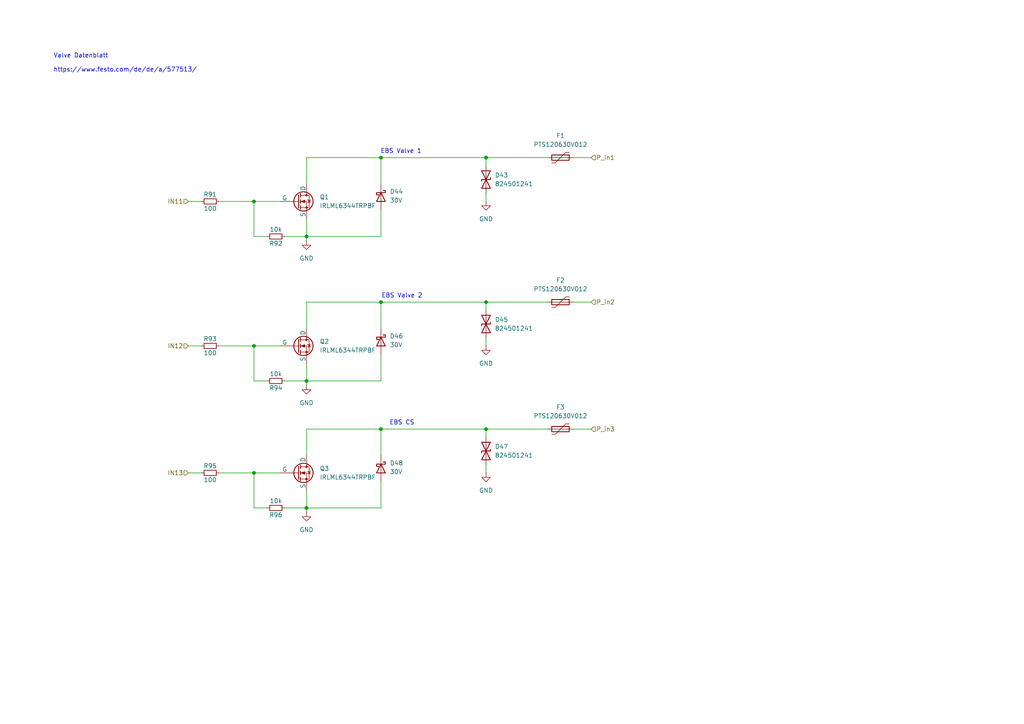
<source format=kicad_sch>
(kicad_sch (version 20231120) (generator "eeschema") (generator_version "8.0")
  (paper "A4")
  (title_block (title "PDU FT25") (date "2024-11-23") (rev "V1.1") (company "Janek Herm") (comment 1 "FaSTTUBe Electronics"))
  (lib_symbols
    (symbol "Device:D_Schottky" (pin_numbers hide) (pin_names (offset 1.016) hide)
      (property "Reference" "D" (at 0 2.54 0))
      (property "Value" "D_Schottky" (at 0 -2.54 0))
      (symbol "D_Schottky_0_1"
        (polyline (pts (xy 1.27 0) (xy -1.27 0)))
        (polyline (pts (xy 1.27 1.27) (xy 1.27 -1.27) (xy -1.27 0) (xy 1.27 1.27)) (stroke (width 0.254)))
        (polyline (pts (xy -1.905 0.635) (xy -1.905 1.27) (xy -1.27 1.27) (xy -1.27 -1.27) (xy -0.635 -1.27) (xy -0.635 -0.635)) (stroke (width 0.254)))
      )
      (symbol "D_Schottky_1_1"
        (pin passive line (at -3.81 0 0) (length 2.54) (name "K") (number "1"))
        (pin passive line (at 3.81 0 180) (length 2.54) (name "A") (number "2"))
      )
    )
    (symbol "Device:D_TVS" (pin_numbers hide) (pin_names (offset 1.016) hide)
      (property "Reference" "D" (at 0 2.54 0))
      (property "Value" "D_TVS" (at 0 -2.54 0))
      (symbol "D_TVS_0_1"
        (polyline (pts (xy 1.27 0) (xy -1.27 0)))
        (polyline (pts (xy 0.508 1.27) (xy 0 1.27) (xy 0 -1.27) (xy -0.508 -1.27)) (stroke (width 0.254)))
        (polyline (pts (xy -2.54 1.27) (xy -2.54 -1.27) (xy 2.54 1.27) (xy 2.54 -1.27) (xy -2.54 1.27)) (stroke (width 0.254)))
      )
      (symbol "D_TVS_1_1"
        (pin passive line (at -3.81 0 0) (length 2.54) (name "A1") (number "1"))
        (pin passive line (at 3.81 0 180) (length 2.54) (name "A2") (number "2"))
      )
    )
    (symbol "Device:Polyfuse" (pin_numbers hide) (pin_names (offset 0))
      (property "Reference" "F" (at -2.54 0 90))
      (property "Value" "Polyfuse" (at 2.54 0 90))
      (symbol "Polyfuse_0_1"
        (rectangle (start -0.762 2.54) (end 0.762 -2.54) (stroke (width 0.254)))
        (polyline (pts (xy 0 2.54) (xy 0 -2.54)))
        (polyline (pts (xy -1.524 2.54) (xy -1.524 1.524) (xy 1.524 -1.524) (xy 1.524 -2.54)))
      )
      (symbol "Polyfuse_1_1"
        (pin passive line (at 0 3.81 270) (length 1.27) (name "~") (number "1"))
        (pin passive line (at 0 -3.81 90) (length 1.27) (name "~") (number "2"))
      )
    )
    (symbol "Device:R_Small" (pin_numbers hide) (pin_names (offset 0.254) hide)
      (property "Reference" "R" (at 0.762 0.508 0))
      (property "Value" "R_Small" (at 0.762 -1.016 0))
      (symbol "R_Small_0_1"
        (rectangle (start -0.762 1.778) (end 0.762 -1.778) (stroke (width 0.2032)))
      )
      (symbol "R_Small_1_1"
        (pin passive line (at 0 2.54 270) (length 0.762) (name "~") (number "1"))
        (pin passive line (at 0 -2.54 90) (length 0.762) (name "~") (number "2"))
      )
    )
    (symbol "Simulation_SPICE:NMOS" (pin_numbers hide) (pin_names (offset 0))
      (property "Reference" "Q" (at 5.08 1.27 0))
      (property "Value" "NMOS" (at 5.08 -1.27 0))
      (symbol "NMOS_0_1"
        (polyline (pts (xy 0.254 0) (xy -2.54 0)))
        (polyline (pts (xy 0.254 1.905) (xy 0.254 -1.905)) (stroke (width 0.254)))
        (polyline (pts (xy 0.762 -1.27) (xy 0.762 -2.286)) (stroke (width 0.254)))
        (polyline (pts (xy 0.762 0.508) (xy 0.762 -0.508)) (stroke (width 0.254)))
        (polyline (pts (xy 0.762 2.286) (xy 0.762 1.27)) (stroke (width 0.254)))
        (polyline (pts (xy 2.54 2.54) (xy 2.54 1.778)))
        (polyline (pts (xy 2.54 -2.54) (xy 2.54 0) (xy 0.762 0)))
        (polyline (pts (xy 0.762 -1.778) (xy 3.302 -1.778) (xy 3.302 1.778) (xy 0.762 1.778)))
        (polyline (pts (xy 1.016 0) (xy 2.032 0.381) (xy 2.032 -0.381) (xy 1.016 0)) (fill (type outline)))
        (polyline (pts (xy 2.794 0.508) (xy 2.921 0.381) (xy 3.683 0.381) (xy 3.81 0.254)))
        (polyline (pts (xy 3.302 0.381) (xy 2.921 -0.254) (xy 3.683 -0.254) (xy 3.302 0.381)))
        (circle (center 1.651 0) (radius 2.794) (stroke (width 0.254)))
        (circle (center 2.54 -1.778) (radius 0.254) (fill (type outline)))
        (circle (center 2.54 1.778) (radius 0.254) (fill (type outline)))
      )
      (symbol "NMOS_1_1"
        (pin passive line (at 2.54 5.08 270) (length 2.54) (name "D") (number "1"))
        (pin input line (at -5.08 0 0) (length 2.54) (name "G") (number "2"))
        (pin passive line (at 2.54 -5.08 90) (length 2.54) (name "S") (number "3"))
      )
    )
    (symbol "power:GND" (power) (pin_numbers hide) (pin_names (offset 0) hide)
      (property "Value" "GND" (at 0 -3.81 0))
      (symbol "GND_0_1"
        (polyline (pts (xy 0 0) (xy 0 -1.27) (xy 1.27 -1.27) (xy 0 -2.54) (xy -1.27 -1.27) (xy 0 -1.27)))
      )
      (symbol "GND_1_1"
        (pin power_in line (at 0 0 270) (length 0) (name "~") (number "1"))
      )
    )
  )
  (junction (at 73.66 58.42))
  (junction (at 88.9 110.49))
  (junction (at 73.66 137.16))
  (junction (at 140.97 45.72))
  (junction (at 110.49 124.46))
  (junction (at 88.9 68.58))
  (junction (at 110.49 87.63))
  (junction (at 140.97 87.63))
  (junction (at 140.97 124.46))
  (junction (at 110.49 45.72))
  (junction (at 88.9 147.32))
  (junction (at 73.66 100.33))
  (wire (pts (xy 166.37 45.72) (xy 171.45 45.72)))
  (wire (pts (xy 88.9 45.72) (xy 110.49 45.72)))
  (wire (pts (xy 88.9 147.32) (xy 110.49 147.32)))
  (wire (pts (xy 110.49 102.87) (xy 110.49 110.49)))
  (wire (pts (xy 73.66 68.58) (xy 77.47 68.58)))
  (wire (pts (xy 140.97 58.42) (xy 140.97 55.88)))
  (wire (pts (xy 88.9 110.49) (xy 110.49 110.49)))
  (wire (pts (xy 140.97 87.63) (xy 158.75 87.63)))
  (wire (pts (xy 110.49 45.72) (xy 110.49 53.34)))
  (wire (pts (xy 140.97 45.72) (xy 140.97 48.26)))
  (wire (pts (xy 63.5 100.33) (xy 73.66 100.33)))
  (wire (pts (xy 88.9 63.5) (xy 88.9 68.58)))
  (wire (pts (xy 73.66 110.49) (xy 77.47 110.49)))
  (wire (pts (xy 88.9 45.72) (xy 88.9 53.34)))
  (wire (pts (xy 82.55 147.32) (xy 88.9 147.32)))
  (wire (pts (xy 54.61 100.33) (xy 58.42 100.33)))
  (wire (pts (xy 166.37 87.63) (xy 171.45 87.63)))
  (wire (pts (xy 88.9 110.49) (xy 88.9 111.76)))
  (wire (pts (xy 88.9 147.32) (xy 88.9 148.59)))
  (wire (pts (xy 140.97 100.33) (xy 140.97 97.79)))
  (wire (pts (xy 54.61 58.42) (xy 58.42 58.42)))
  (wire (pts (xy 73.66 147.32) (xy 77.47 147.32)))
  (wire (pts (xy 88.9 124.46) (xy 110.49 124.46)))
  (wire (pts (xy 140.97 45.72) (xy 158.75 45.72)))
  (wire (pts (xy 140.97 124.46) (xy 140.97 127)))
  (wire (pts (xy 110.49 60.96) (xy 110.49 68.58)))
  (wire (pts (xy 73.66 137.16) (xy 81.28 137.16)))
  (wire (pts (xy 110.49 124.46) (xy 110.49 132.08)))
  (wire (pts (xy 166.37 124.46) (xy 171.45 124.46)))
  (wire (pts (xy 110.49 87.63) (xy 140.97 87.63)))
  (wire (pts (xy 140.97 137.16) (xy 140.97 134.62)))
  (wire (pts (xy 140.97 124.46) (xy 158.75 124.46)))
  (wire (pts (xy 88.9 68.58) (xy 88.9 69.85)))
  (wire (pts (xy 140.97 87.63) (xy 140.97 90.17)))
  (wire (pts (xy 73.66 58.42) (xy 73.66 68.58)))
  (wire (pts (xy 73.66 100.33) (xy 81.28 100.33)))
  (wire (pts (xy 88.9 68.58) (xy 110.49 68.58)))
  (wire (pts (xy 110.49 87.63) (xy 110.49 95.25)))
  (wire (pts (xy 110.49 139.7) (xy 110.49 147.32)))
  (wire (pts (xy 88.9 87.63) (xy 110.49 87.63)))
  (wire (pts (xy 88.9 105.41) (xy 88.9 110.49)))
  (wire (pts (xy 63.5 137.16) (xy 73.66 137.16)))
  (wire (pts (xy 73.66 100.33) (xy 73.66 110.49)))
  (wire (pts (xy 88.9 87.63) (xy 88.9 95.25)))
  (wire (pts (xy 63.5 58.42) (xy 73.66 58.42)))
  (wire (pts (xy 82.55 68.58) (xy 88.9 68.58)))
  (wire (pts (xy 110.49 45.72) (xy 140.97 45.72)))
  (wire (pts (xy 82.55 110.49) (xy 88.9 110.49)))
  (wire (pts (xy 88.9 142.24) (xy 88.9 147.32)))
  (wire (pts (xy 73.66 137.16) (xy 73.66 147.32)))
  (wire (pts (xy 88.9 124.46) (xy 88.9 132.08)))
  (wire (pts (xy 73.66 58.42) (xy 81.28 58.42)))
  (wire (pts (xy 54.61 137.16) (xy 58.42 137.16)))
  (wire (pts (xy 110.49 124.46) (xy 140.97 124.46)))
  (text "EBS Valve 1" (at 116.332 43.942 0) (effects (font (size 1.27 1.27))))
  (text "EBS Valve 2" (at 116.586 85.852 0) (effects (font (size 1.27 1.27))))
  (text "EBS CS" (at 116.586 122.682 0) (effects (font (size 1.27 1.27))))
  (text "Valve Datenblatt\n\nhttps://www.festo.com/de/de/a/577513/" (at 15.494 18.288 0) (effects (font (size 1.27 1.27)) (justify left)))
  (hierarchical_label "IN11" (shape input) (at 54.61 58.42 180) (effects (font (thickness 0.1588))))
  (hierarchical_label "P_in3" (shape input) (at 171.45 124.46 0))
  (hierarchical_label "IN13" (shape input) (at 54.61 137.16 180) (effects (font (thickness 0.1588))))
  (hierarchical_label "IN12" (shape input) (at 54.61 100.33 180) (effects (font (thickness 0.1588))))
  (hierarchical_label "P_in2" (shape input) (at 171.45 87.63 0))
  (hierarchical_label "P_in1" (shape input) (at 171.45 45.72 0))
  (symbol (lib_id "Device:R_Small") (at 80.01 147.32 90) (unit 1)
    (property "Reference" "R96" (at 80.01 149.352 90))
    (property "Value" "10k" (at 80.01 145.288 90))
    (property "Footprint" "Resistor_SMD:R_0603_1608Metric_Pad0.98x0.95mm_HandSolder" (effects (hide yes)))
    (property "Description" "Resistor, small symbol" (effects (hide yes)))
  )
  (symbol (lib_id "Device:D_TVS") (at 140.97 93.98 90) (mirror x) (unit 1)
    (property "Reference" "D45" (at 143.51 92.7099 90) (effects (justify right)))
    (property "Value" "824501241" (at 143.51 95.2499 90) (effects (justify right)))
    (property "Footprint" "824501241:DIOM5127X250N" (effects (hide yes)))
    (property "Datasheet" "https://www.we-online.com/components/products/datasheet/824501241.pdf" (effects (hide yes)))
    (property "Description" "Bidirectional transient-voltage-suppression diode" (effects (hide yes)))
  )
  (symbol (lib_id "Device:D_Schottky") (at 110.49 135.89 270) (unit 1)
    (property "Reference" "D48" (at 113.03 134.3024 90) (effects (justify left)))
    (property "Value" "30V" (at 113.03 136.8424 90) (effects (justify left)))
    (property "Footprint" "Package_TO_SOT_SMD:SOT-23" (effects (hide yes)))
    (property "Datasheet" "https://diotec.com/request/datasheet/bat54.pdf" (effects (hide yes)))
    (property "Description" "Schottky diode" (effects (hide yes)))
    (property "MPR" "BAT54S" (effects (hide yes)))
  )
  (symbol (lib_id "power:GND") (at 140.97 58.42 0) (mirror y) (unit 1)
    (property "Reference" "#PWR0149" (effects (hide yes)))
    (property "Value" "GND" (at 140.97 63.5 0))
    (property "Description" "Power symbol creates a global label with name \"GND\" , ground" (effects (hide yes)))
  )
  (symbol (lib_id "power:GND") (at 140.97 100.33 0) (mirror y) (unit 1)
    (property "Reference" "#PWR0151" (effects (hide yes)))
    (property "Value" "GND" (at 140.97 105.41 0))
    (property "Description" "Power symbol creates a global label with name \"GND\" , ground" (effects (hide yes)))
  )
  (symbol (lib_id "power:GND") (at 88.9 111.76 0) (unit 1)
    (property "Reference" "#PWR0152" (effects (hide yes)))
    (property "Value" "GND" (at 88.9 116.84 0))
    (property "Description" "Power symbol creates a global label with name \"GND\" , ground" (effects (hide yes)))
  )
  (symbol (lib_id "power:GND") (at 140.97 137.16 0) (mirror y) (unit 1)
    (property "Reference" "#PWR0153" (effects (hide yes)))
    (property "Value" "GND" (at 140.97 142.24 0))
    (property "Description" "Power symbol creates a global label with name \"GND\" , ground" (effects (hide yes)))
  )
  (symbol (lib_id "Device:Polyfuse") (at 162.56 45.72 90) (unit 1)
    (property "Reference" "F1" (at 162.56 39.37 90))
    (property "Value" "PTS120630V012" (at 162.56 41.91 90))
    (property "Footprint" "Fuse:Fuse_1206_3216Metric_Pad1.42x1.75mm_HandSolder" (effects (hide yes)))
    (property "Datasheet" "https://www.mouser.de/datasheet/2/87/eaton_pts1206_6_60_volt_dc_surface_mount_resettabl-1608737.pdf" (effects (hide yes)))
    (property "Description" "Resettable fuse, polymeric positive temperature coefficient" (effects (hide yes)))
  )
  (symbol (lib_id "Device:Polyfuse") (at 162.56 87.63 90) (unit 1)
    (property "Reference" "F2" (at 162.56 81.28 90))
    (property "Value" "PTS120630V012" (at 162.56 83.82 90))
    (property "Footprint" "Fuse:Fuse_1206_3216Metric_Pad1.42x1.75mm_HandSolder" (effects (hide yes)))
    (property "Datasheet" "https://www.mouser.de/datasheet/2/87/eaton_pts1206_6_60_volt_dc_surface_mount_resettabl-1608737.pdf" (effects (hide yes)))
    (property "Description" "Resettable fuse, polymeric positive temperature coefficient" (effects (hide yes)))
  )
  (symbol (lib_id "Device:R_Small") (at 80.01 110.49 90) (unit 1)
    (property "Reference" "R94" (at 80.01 112.522 90))
    (property "Value" "10k" (at 80.01 108.458 90))
    (property "Footprint" "Resistor_SMD:R_0603_1608Metric_Pad0.98x0.95mm_HandSolder" (effects (hide yes)))
    (property "Description" "Resistor, small symbol" (effects (hide yes)))
  )
  (symbol (lib_id "power:GND") (at 88.9 148.59 0) (unit 1)
    (property "Reference" "#PWR0154" (effects (hide yes)))
    (property "Value" "GND" (at 88.9 153.67 0))
    (property "Description" "Power symbol creates a global label with name \"GND\" , ground" (effects (hide yes)))
  )
  (symbol (lib_id "Device:R_Small") (at 80.01 68.58 90) (unit 1)
    (property "Reference" "R92" (at 80.01 70.612 90))
    (property "Value" "10k" (at 80.01 66.548 90))
    (property "Footprint" "Resistor_SMD:R_0603_1608Metric_Pad0.98x0.95mm_HandSolder" (effects (hide yes)))
    (property "Description" "Resistor, small symbol" (effects (hide yes)))
  )
  (symbol (lib_id "Simulation_SPICE:NMOS") (at 86.36 137.16 0) (unit 1)
    (property "Reference" "Q3" (at 92.71 135.8899 0) (effects (justify left)))
    (property "Value" "IRLML6344TRPBF" (at 92.71 138.4299 0) (effects (justify left)))
    (property "Footprint" "Package_TO_SOT_SMD:SOT-23-3" (effects (hide yes)))
    (property "Datasheet" "https://www.mouser.de/datasheet/2/196/Infineon_IRLML6344_DataSheet_v01_01_EN-3363406.pdf" (effects (hide yes)))
    (property "Description" "N-MOSFET transistor, drain/source/gate" (effects (hide yes)))
    (property "Sim.Device" "NMOS" (effects (hide yes)))
    (property "Sim.Type" "VDMOS" (effects (hide yes)))
    (property "Sim.Pins" "1=D 2=G 3=S" (effects (hide yes)))
  )
  (symbol (lib_id "Device:R_Small") (at 60.96 100.33 270) (unit 1)
    (property "Reference" "R93" (at 60.96 98.298 90))
    (property "Value" "100" (at 60.96 102.362 90))
    (property "Footprint" "Resistor_SMD:R_0603_1608Metric_Pad0.98x0.95mm_HandSolder" (effects (hide yes)))
    (property "Description" "Resistor, small symbol" (effects (hide yes)))
  )
  (symbol (lib_id "Device:R_Small") (at 60.96 58.42 270) (unit 1)
    (property "Reference" "R91" (at 60.96 56.388 90))
    (property "Value" "100" (at 60.96 60.452 90))
    (property "Footprint" "Resistor_SMD:R_0603_1608Metric_Pad0.98x0.95mm_HandSolder" (effects (hide yes)))
    (property "Description" "Resistor, small symbol" (effects (hide yes)))
  )
  (symbol (lib_id "Device:R_Small") (at 60.96 137.16 270) (unit 1)
    (property "Reference" "R95" (at 60.96 135.128 90))
    (property "Value" "100" (at 60.96 139.192 90))
    (property "Footprint" "Resistor_SMD:R_0603_1608Metric_Pad0.98x0.95mm_HandSolder" (effects (hide yes)))
    (property "Description" "Resistor, small symbol" (effects (hide yes)))
  )
  (symbol (lib_id "Device:D_TVS") (at 140.97 130.81 90) (mirror x) (unit 1)
    (property "Reference" "D47" (at 143.51 129.5399 90) (effects (justify right)))
    (property "Value" "824501241" (at 143.51 132.0799 90) (effects (justify right)))
    (property "Footprint" "824501241:DIOM5127X250N" (effects (hide yes)))
    (property "Datasheet" "https://www.we-online.com/components/products/datasheet/824501241.pdf" (effects (hide yes)))
    (property "Description" "Bidirectional transient-voltage-suppression diode" (effects (hide yes)))
  )
  (symbol (lib_id "Device:D_Schottky") (at 110.49 57.15 270) (unit 1)
    (property "Reference" "D44" (at 113.03 55.5624 90) (effects (justify left)))
    (property "Value" "30V" (at 113.03 58.1024 90) (effects (justify left)))
    (property "Footprint" "Package_TO_SOT_SMD:SOT-23" (effects (hide yes)))
    (property "Datasheet" "https://diotec.com/request/datasheet/bat54.pdf" (effects (hide yes)))
    (property "Description" "Schottky diode" (effects (hide yes)))
    (property "MPR" "BAT54S" (effects (hide yes)))
  )
  (symbol (lib_id "Device:D_TVS") (at 140.97 52.07 90) (mirror x) (unit 1)
    (property "Reference" "D43" (at 143.51 50.7999 90) (effects (justify right)))
    (property "Value" "824501241" (at 143.51 53.3399 90) (effects (justify right)))
    (property "Footprint" "824501241:DIOM5127X250N" (effects (hide yes)))
    (property "Datasheet" "https://www.we-online.com/components/products/datasheet/824501241.pdf" (effects (hide yes)))
    (property "Description" "Bidirectional transient-voltage-suppression diode" (effects (hide yes)))
  )
  (symbol (lib_id "Simulation_SPICE:NMOS") (at 86.36 100.33 0) (unit 1)
    (property "Reference" "Q2" (at 92.71 99.0599 0) (effects (justify left)))
    (property "Value" "IRLML6344TRPBF" (at 92.71 101.5999 0) (effects (justify left)))
    (property "Footprint" "Package_TO_SOT_SMD:SOT-23-3" (effects (hide yes)))
    (property "Datasheet" "https://www.mouser.de/datasheet/2/196/Infineon_IRLML6344_DataSheet_v01_01_EN-3363406.pdf" (effects (hide yes)))
    (property "Description" "N-MOSFET transistor, drain/source/gate" (effects (hide yes)))
    (property "Sim.Device" "NMOS" (effects (hide yes)))
    (property "Sim.Type" "VDMOS" (effects (hide yes)))
    (property "Sim.Pins" "1=D 2=G 3=S" (effects (hide yes)))
  )
  (symbol (lib_id "Device:Polyfuse") (at 162.56 124.46 90) (unit 1)
    (property "Reference" "F3" (at 162.56 118.11 90))
    (property "Value" "PTS120630V012" (at 162.56 120.65 90))
    (property "Footprint" "Fuse:Fuse_1206_3216Metric_Pad1.42x1.75mm_HandSolder" (effects (hide yes)))
    (property "Datasheet" "https://www.mouser.de/datasheet/2/87/eaton_pts1206_6_60_volt_dc_surface_mount_resettabl-1608737.pdf" (effects (hide yes)))
    (property "Description" "Resettable fuse, polymeric positive temperature coefficient" (effects (hide yes)))
  )
  (symbol (lib_id "power:GND") (at 88.9 69.85 0) (unit 1)
    (property "Reference" "#PWR0150" (effects (hide yes)))
    (property "Value" "GND" (at 88.9 74.93 0))
    (property "Description" "Power symbol creates a global label with name \"GND\" , ground" (effects (hide yes)))
  )
  (symbol (lib_id "Device:D_Schottky") (at 110.49 99.06 270) (unit 1)
    (property "Reference" "D46" (at 113.03 97.4724 90) (effects (justify left)))
    (property "Value" "30V" (at 113.03 100.0124 90) (effects (justify left)))
    (property "Footprint" "Package_TO_SOT_SMD:SOT-23" (effects (hide yes)))
    (property "Datasheet" "https://diotec.com/request/datasheet/bat54.pdf" (effects (hide yes)))
    (property "Description" "Schottky diode" (effects (hide yes)))
    (property "MPR" "BAT54S" (effects (hide yes)))
  )
  (symbol (lib_id "Simulation_SPICE:NMOS") (at 86.36 58.42 0) (unit 1)
    (property "Reference" "Q1" (at 92.71 57.1499 0) (effects (justify left)))
    (property "Value" "IRLML6344TRPBF" (at 92.71 59.6899 0) (effects (justify left)))
    (property "Footprint" "Package_TO_SOT_SMD:SOT-23-3" (effects (hide yes)))
    (property "Datasheet" "https://www.mouser.de/datasheet/2/196/Infineon_IRLML6344_DataSheet_v01_01_EN-3363406.pdf" (effects (hide yes)))
    (property "Description" "N-MOSFET transistor, drain/source/gate" (effects (hide yes)))
    (property "Sim.Device" "NMOS" (effects (hide yes)))
    (property "Sim.Type" "VDMOS" (effects (hide yes)))
    (property "Sim.Pins" "1=D 2=G 3=S" (effects (hide yes)))
  )
)
</source>
